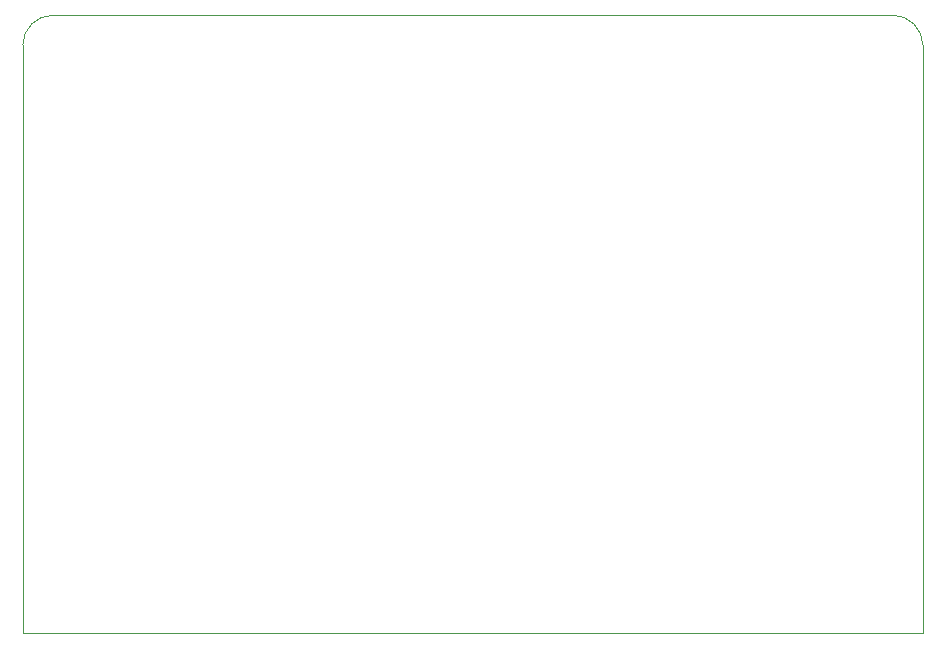
<source format=gbr>
%TF.GenerationSoftware,KiCad,Pcbnew,(5.1.6-0-10_14)*%
%TF.CreationDate,2020-07-26T16:45:55-04:00*%
%TF.ProjectId,pin-check,70696e2d-6368-4656-936b-2e6b69636164,v1.0.0*%
%TF.SameCoordinates,Original*%
%TF.FileFunction,Profile,NP*%
%FSLAX46Y46*%
G04 Gerber Fmt 4.6, Leading zero omitted, Abs format (unit mm)*
G04 Created by KiCad (PCBNEW (5.1.6-0-10_14)) date 2020-07-26 16:45:55*
%MOMM*%
%LPD*%
G01*
G04 APERTURE LIST*
%TA.AperFunction,Profile*%
%ADD10C,0.050000*%
%TD*%
G04 APERTURE END LIST*
D10*
X158750000Y-77724000D02*
X158750000Y-27940000D01*
X82550000Y-27940000D02*
X82550000Y-77724000D01*
X156210000Y-25400000D02*
X85090000Y-25400000D01*
X82550000Y-27940000D02*
G75*
G02*
X85090000Y-25400000I2540000J0D01*
G01*
X156210000Y-25400000D02*
G75*
G02*
X158750000Y-27940000I0J-2540000D01*
G01*
X82550000Y-77724000D02*
X158750000Y-77724000D01*
M02*

</source>
